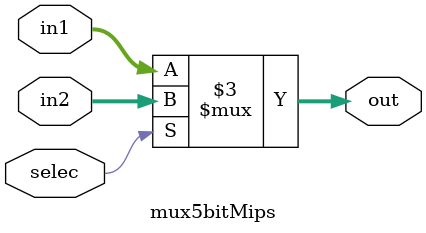
<source format=v>
module mux5bitMips(
							input selec,
							input [4:0]in1,
							input [4:0]in2,
							output reg[4:0]out);
always @ (*)
	begin
	if (selec)
		out = in2;
	else 
		out = in1;
	end
 
endmodule
</source>
